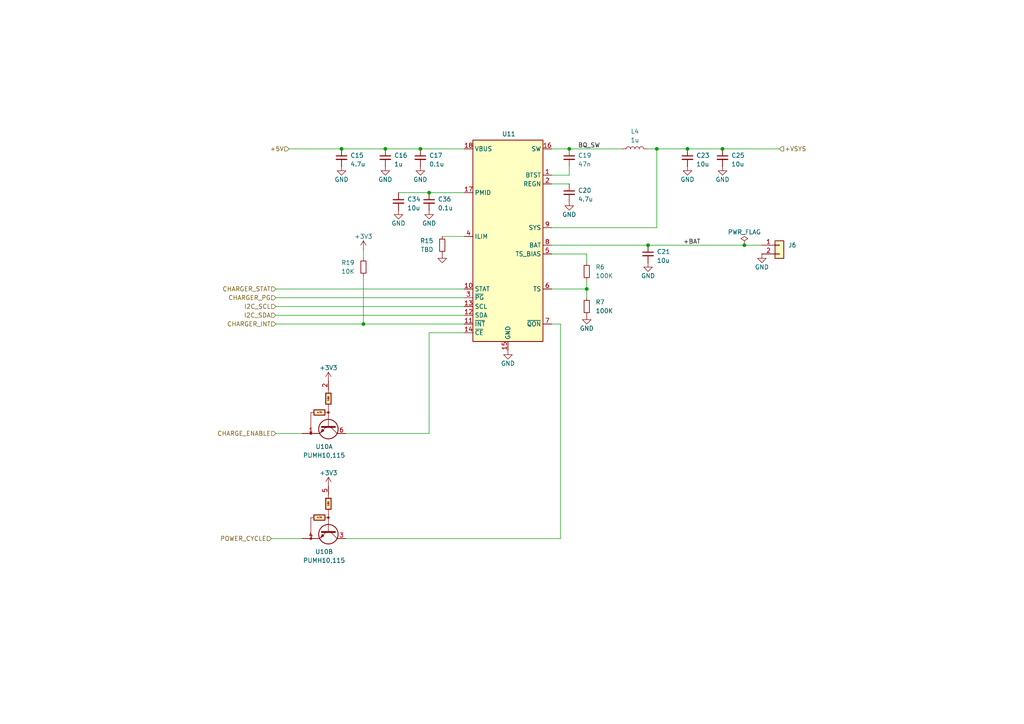
<source format=kicad_sch>
(kicad_sch (version 20250114) (generator "eeschema") (generator_version "9.0")
  (paper "A4")
  (lib_symbols
    (symbol "Connector_Generic:Conn_01x02" (pin_names (offset 1.016) (hide yes))
      (property "Reference" "J" (at 0 2.54 0))
      (property "Value" "Conn_01x02" (at 0 -5.08 0))
      (symbol "Conn_01x02_1_1"
        (rectangle (start -1.27 1.27) (end 1.27 -3.81) (stroke (width 0.254)) (fill (type background)))
        (rectangle (start -1.27 0.127) (end 0 -0.127) (stroke (width 0.1524)))
        (rectangle (start -1.27 -2.413) (end 0 -2.667) (stroke (width 0.1524)))
        (pin passive line (at -5.08 0 0) (length 3.81) (name "Pin_1") (number "1"))
        (pin passive line (at -5.08 -2.54 0) (length 3.81) (name "Pin_2") (number "2"))
      )
    )
    (symbol "Device:C_Small" (pin_numbers (hide yes)) (pin_names (offset 0.254) (hide yes))
      (property "Reference" "C" (at 0.254 1.778 0))
      (property "Value" "C_Small" (at 0.254 -2.032 0))
      (symbol "C_Small_0_1"
        (polyline (pts (xy -1.524 0.508) (xy 1.524 0.508)) (stroke (width 0.3048)))
        (polyline (pts (xy -1.524 -0.508) (xy 1.524 -0.508)) (stroke (width 0.3302)))
      )
      (symbol "C_Small_1_1"
        (pin passive line (at 0 2.54 270) (length 2.032) (name "~") (number "1"))
        (pin passive line (at 0 -2.54 90) (length 2.032) (name "~") (number "2"))
      )
    )
    (symbol "Device:L" (pin_numbers (hide yes)) (pin_names (offset 1.016) (hide yes))
      (property "Reference" "L" (at -1.27 0 90))
      (property "Value" "L" (at 1.905 0 90))
      (symbol "L_0_1"
        (arc (start 0 2.54) (mid 0.6323 1.905) (end 0 1.27))
        (arc (start 0 1.27) (mid 0.6323 0.635) (end 0 0))
        (arc (start 0 0) (mid 0.6323 -0.635) (end 0 -1.27))
        (arc (start 0 -1.27) (mid 0.6323 -1.905) (end 0 -2.54))
      )
      (symbol "L_1_1"
        (pin passive line (at 0 3.81 270) (length 1.27) (name "1") (number "1"))
        (pin passive line (at 0 -3.81 90) (length 1.27) (name "2") (number "2"))
      )
    )
    (symbol "Device:R_Small" (pin_numbers (hide yes)) (pin_names (offset 0.254) (hide yes))
      (property "Reference" "R" (at 0 0 90))
      (property "Value" "R_Small" (at 1.778 0 90))
      (symbol "R_Small_0_1"
        (rectangle (start -0.762 1.778) (end 0.762 -1.778) (stroke (width 0.2032)))
      )
      (symbol "R_Small_1_1"
        (pin passive line (at 0 2.54 270) (length 0.762) (name "~") (number "1"))
        (pin passive line (at 0 -2.54 90) (length 0.762) (name "~") (number "2"))
      )
    )
    (symbol "My Libraries:BQ25622E"
      (property "Reference" "U" (at 0 22.86 0))
      (symbol "BQ25622E_1_1"
        (rectangle (start -10.16 20.32) (end 10.16 -38.1) (stroke (width 0.254)) (fill (type color) (color 255 255 194 1)))
        (pin passive line (at -12.7 17.78 0) (length 2.54) (name "VBUS") (number "18"))
        (pin passive line (at -12.7 5.08 0) (length 2.54) (name "PMID") (number "17"))
        (pin passive line (at -12.7 -7.62 0) (length 2.54) (name "ILIM") (number "4"))
        (pin open_collector line (at -12.7 -22.86 0) (length 2.54) (name "STAT") (number "10"))
        (pin open_collector line (at -12.7 -25.4 0) (length 2.54) (name "~{PG}") (number "3"))
        (pin passive line (at -12.7 -27.94 0) (length 2.54) (name "SCL") (number "13"))
        (pin passive line (at -12.7 -30.48 0) (length 2.54) (name "SDA") (number "12"))
        (pin open_collector line (at -12.7 -33.02 0) (length 2.54) (name "~{INT}") (number "11"))
        (pin passive line (at -12.7 -35.56 0) (length 2.54) (name "~{CE}") (number "14"))
        (pin passive line (at 0 -40.64 90) (length 2.54) (name "GND") (number "15"))
        (pin passive line (at 12.7 17.78 180) (length 2.54) (name "SW") (number "16"))
        (pin passive line (at 12.7 10.16 180) (length 2.54) (name "BTST") (number "1"))
        (pin passive line (at 12.7 7.62 180) (length 2.54) (name "REGN") (number "2"))
        (pin passive line (at 12.7 -5.08 180) (length 2.54) (name "SYS") (number "9"))
        (pin passive line (at 12.7 -10.16 180) (length 2.54) (name "BAT") (number "8"))
        (pin passive line (at 12.7 -12.7 180) (length 2.54) (name "TS_BIAS") (number "5"))
        (pin passive line (at 12.7 -22.86 180) (length 2.54) (name "TS") (number "6"))
        (pin passive line (at 12.7 -33.02 180) (length 2.54) (name "~{QON}") (number "7"))
      )
    )
    (symbol "My Libraries:PUMH10,115"
      (property "Reference" "U" (at 0 0 0))
      (property "Value" "PUMH10,115" (at 0 0 0))
      (symbol "PUMH10,115_0_0"
        (circle (center -6.096 0) (radius 0.2736) (stroke (width 0.1524)) (fill (type outline)))
        (circle (center 0 -5.08) (radius 0.2736) (stroke (width 0.1524)) (fill (type outline)))
        (text "10K" (at -10.16 0 0) (effects (font (size 0.508 0.508))))
      )
      (symbol "PUMH10,115_0_1"
        (polyline (pts (xy -12.7 0) (xy -11.684 0)) (stroke (width 0.1524)))
        (rectangle (start -11.684 -0.762) (end -8.509 0.762) (stroke (width 0.3048)) (fill (type background)))
        (polyline (pts (xy -8.382 0) (xy -8.128 0) (xy -2.032 0)) (stroke (width 0.1524)))
        (rectangle (start -6.858 -1.016) (end -5.334 -4.191) (stroke (width 0.3048)) (fill (type background)))
        (polyline (pts (xy -6.096 -1.016) (xy -6.096 0)) (stroke (width 0.1524)))
        (polyline (pts (xy -6.096 -4.318) (xy -6.096 -5.08) (xy 0 -5.08)) (stroke (width 0.1524)))
        (polyline (pts (xy -1.905 1.905) (xy -1.905 -1.905) (xy -1.905 -1.905)) (stroke (width 0.508)))
        (polyline (pts (xy -1.905 0.635) (xy 0 2.54)))
        (polyline (pts (xy -1.905 -0.635) (xy 0 -2.54) (xy 0 -2.54)))
        (circle (center -1.27 0) (radius 2.8194) (stroke (width 0.254)))
        (polyline (pts (xy -1.27 -1.778) (xy -0.762 -1.27) (xy -0.254 -2.286) (xy -1.27 -1.778) (xy -1.27 -1.778)) (fill (type outline)))
        (text "47K" (at -6.096 -2.54 900) (effects (font (size 0.508 0.508))))
      )
      (symbol "PUMH10,115_1_1"
        (pin passive line (at -15.24 0 0) (length 2.54) (name "") (number "2"))
        (pin passive line (at 0 5.08 270) (length 2.54) (name "") (number "6"))
        (pin passive line (at 0 -7.62 90) (length 5.08) (name "") (number "1"))
      )
      (symbol "PUMH10,115_2_1"
        (pin passive line (at -15.24 0 0) (length 2.54) (name "") (number "5"))
        (pin passive line (at 0 5.08 270) (length 2.54) (name "") (number "3"))
        (pin passive line (at 0 -7.62 90) (length 5.08) (name "") (number "4"))
      )
    )
    (symbol "power:+3.3V" (power) (pin_numbers (hide yes)) (pin_names (offset 0) (hide yes))
      (property "Value" "+3.3V" (at 0 3.556 0))
      (symbol "+3.3V_0_1"
        (polyline (pts (xy -0.762 1.27) (xy 0 2.54)))
        (polyline (pts (xy 0 2.54) (xy 0.762 1.27)))
        (polyline (pts (xy 0 0) (xy 0 2.54)))
      )
      (symbol "+3.3V_1_1"
        (pin power_in line (at 0 0 90) (length 0) (name "~") (number "1"))
      )
    )
    (symbol "power:GND" (power) (pin_numbers (hide yes)) (pin_names (offset 0) (hide yes))
      (property "Value" "GND" (at 0 -3.81 0))
      (symbol "GND_0_1"
        (polyline (pts (xy 0 0) (xy 0 -1.27) (xy 1.27 -1.27) (xy 0 -2.54) (xy -1.27 -1.27) (xy 0 -1.27)))
      )
      (symbol "GND_1_1"
        (pin power_in line (at 0 0 270) (length 0) (name "~") (number "1"))
      )
    )
    (symbol "power:PWR_FLAG" (power) (pin_numbers (hide yes)) (pin_names (offset 0) (hide yes))
      (property "Value" "PWR_FLAG" (at 0 3.81 0))
      (symbol "PWR_FLAG_0_0"
        (pin power_out line (at 0 0 90) (length 0) (name "~") (number "1"))
      )
      (symbol "PWR_FLAG_0_1"
        (polyline (pts (xy 0 0) (xy 0 1.27) (xy -1.016 1.905) (xy 0 2.54) (xy 1.016 1.905) (xy 0 1.27)))
      )
    )
  )
  (junction (at 105.41 93.98))
  (junction (at 124.46 55.88) (diameter 0.9144))
  (junction (at 190.5 43.18) (diameter 0.9144))
  (junction (at 99.06 43.18) (diameter 0.9144))
  (junction (at 187.96 71.12) (diameter 0.9144))
  (junction (at 215.9 71.12) (diameter 0.9144))
  (junction (at 199.39 43.18) (diameter 0.9144))
  (junction (at 165.1 43.18) (diameter 0.9144))
  (junction (at 170.18 83.82))
  (junction (at 111.76 43.18) (diameter 0.9144))
  (junction (at 121.92 43.18) (diameter 0.9144))
  (junction (at 209.55 43.18) (diameter 0.9144))
  (wire (pts (xy 80.01 88.9) (xy 134.62 88.9)))
  (wire (pts (xy 78.74 156.21) (xy 87.63 156.21)))
  (wire (pts (xy 80.01 91.44) (xy 134.62 91.44)))
  (wire (pts (xy 121.92 43.18) (xy 134.62 43.18)))
  (wire (pts (xy 124.46 125.73) (xy 100.33 125.73)))
  (wire (pts (xy 170.18 83.82) (xy 170.18 86.36)))
  (wire (pts (xy 124.46 96.52) (xy 124.46 125.73)))
  (wire (pts (xy 160.02 50.8) (xy 165.1 50.8)))
  (wire (pts (xy 165.1 50.8) (xy 165.1 48.26)))
  (wire (pts (xy 105.41 93.98) (xy 134.62 93.98)))
  (wire (pts (xy 160.02 93.98) (xy 162.56 93.98)))
  (wire (pts (xy 128.27 68.58) (xy 134.62 68.58)))
  (wire (pts (xy 80.01 125.73) (xy 87.63 125.73)))
  (wire (pts (xy 190.5 43.18) (xy 190.5 66.04)))
  (wire (pts (xy 80.01 93.98) (xy 105.41 93.98)))
  (wire (pts (xy 190.5 66.04) (xy 160.02 66.04)))
  (wire (pts (xy 115.57 55.88) (xy 124.46 55.88)))
  (wire (pts (xy 162.56 93.98) (xy 162.56 156.21)))
  (wire (pts (xy 162.56 156.21) (xy 100.33 156.21)))
  (wire (pts (xy 80.01 86.36) (xy 134.62 86.36)))
  (wire (pts (xy 170.18 81.28) (xy 170.18 83.82)))
  (wire (pts (xy 105.41 72.39) (xy 105.41 74.93)))
  (wire (pts (xy 80.01 83.82) (xy 134.62 83.82)))
  (wire (pts (xy 99.06 43.18) (xy 111.76 43.18)))
  (wire (pts (xy 111.76 43.18) (xy 121.92 43.18)))
  (wire (pts (xy 160.02 71.12) (xy 187.96 71.12)))
  (wire (pts (xy 187.96 43.18) (xy 190.5 43.18)))
  (wire (pts (xy 190.5 43.18) (xy 199.39 43.18)))
  (wire (pts (xy 83.82 43.18) (xy 99.06 43.18)))
  (wire (pts (xy 160.02 53.34) (xy 165.1 53.34)))
  (wire (pts (xy 160.02 83.82) (xy 170.18 83.82)))
  (wire (pts (xy 124.46 55.88) (xy 134.62 55.88)))
  (wire (pts (xy 105.41 80.01) (xy 105.41 93.98)))
  (wire (pts (xy 187.96 71.12) (xy 215.9 71.12)))
  (wire (pts (xy 215.9 71.12) (xy 220.98 71.12)))
  (wire (pts (xy 199.39 43.18) (xy 209.55 43.18)))
  (wire (pts (xy 209.55 43.18) (xy 226.06 43.18)))
  (wire (pts (xy 134.62 96.52) (xy 124.46 96.52)))
  (wire (pts (xy 170.18 76.2) (xy 170.18 73.66)))
  (wire (pts (xy 160.02 43.18) (xy 165.1 43.18)))
  (wire (pts (xy 165.1 43.18) (xy 180.34 43.18)))
  (wire (pts (xy 160.02 73.66) (xy 170.18 73.66)))
  (label "+BAT" (at 198.12 71.12 0))
  (label "BQ_SW" (at 167.64 43.18 0))
  (hierarchical_label "CHARGE_ENABLE" (shape input) (at 80.01 125.73 180))
  (hierarchical_label "+VSYS" (shape input) (at 226.06 43.18 0))
  (hierarchical_label "I2C_SDA" (shape input) (at 80.01 91.44 180))
  (hierarchical_label "+5V" (shape input) (at 83.82 43.18 180))
  (hierarchical_label "I2C_SCL" (shape input) (at 80.01 88.9 180))
  (hierarchical_label "CHARGER_PG" (shape input) (at 80.01 86.36 180))
  (hierarchical_label "CHARGER_STAT" (shape input) (at 80.01 83.82 180))
  (hierarchical_label "CHARGER_INT" (shape input) (at 80.01 93.98 180))
  (hierarchical_label "POWER_CYCLE" (shape input) (at 78.74 156.21 180))
  (symbol (lib_id "power:GND") (at 147.32 101.6 0) (unit 1)
    (property "Reference" "#PWR076" (effects (hide yes)))
    (property "Value" "GND" (at 147.32 105.41 0))
    (property "Description" "Power symbol creates a global label with name \"GND\" , ground" (effects (hide yes)))
    (instances (project "BK4000TG_V3" (path "" (reference "#PWR060") (unit 1))) (project "BK4000TG_V3" (path "" (reference "#PWR076") (unit 1))))
  )
  (symbol (lib_id "Device:C_Small") (at 165.1 45.72 0) (unit 1)
    (property "Reference" "C37" (at 167.64 45.0849 0) (effects (justify left)))
    (property "Value" "47n" (at 167.64 47.6249 0) (effects (justify left)))
    (property "Footprint" "Capacitor_SMD:C_0402_1005Metric" (effects (hide yes)))
    (property "Description" "Unpolarized capacitor, small symbol" (effects (hide yes)))
    (instances (project "BK4000TG_V3" (path "" (reference "C19") (unit 1))) (project "BK4000TG_V3" (path "" (reference "C37") (unit 1))))
  )
  (symbol (lib_id "power:GND") (at 121.92 48.26 0) (unit 1)
    (property "Reference" "#PWR073" (effects (hide yes)))
    (property "Value" "GND" (at 121.92 52.07 0))
    (property "Description" "Power symbol creates a global label with name \"GND\" , ground" (effects (hide yes)))
    (instances (project "BK4000TG_V3" (path "" (reference "#PWR058") (unit 1))) (project "BK4000TG_V3" (path "" (reference "#PWR073") (unit 1))))
  )
  (symbol (lib_id "power:GND") (at 165.1 58.42 0) (unit 1)
    (property "Reference" "#PWR077" (effects (hide yes)))
    (property "Value" "GND" (at 165.1 62.23 0))
    (property "Description" "Power symbol creates a global label with name \"GND\" , ground" (effects (hide yes)))
    (instances (project "BK4000TG_V3" (path "" (reference "#PWR062") (unit 1))) (project "BK4000TG_V3" (path "" (reference "#PWR077") (unit 1))))
  )
  (symbol (lib_id "power:GND") (at 220.98 73.66 0) (unit 1)
    (property "Reference" "#PWR082" (effects (hide yes)))
    (property "Value" "GND" (at 220.98 77.47 0))
    (property "Description" "Power symbol creates a global label with name \"GND\" , ground" (effects (hide yes)))
  )
  (symbol (lib_id "Device:C_Small") (at 187.96 73.66 0) (unit 1)
    (property "Reference" "C39" (at 190.5 73.0249 0) (effects (justify left)))
    (property "Value" "10u" (at 190.5 75.5649 0) (effects (justify left)))
    (property "Footprint" "Capacitor_SMD:C_0805_2012Metric" (effects (hide yes)))
    (property "Description" "Unpolarized capacitor, small symbol" (effects (hide yes)))
    (instances (project "BK4000TG_V3" (path "" (reference "C21") (unit 1))) (project "BK4000TG_V3" (path "" (reference "C39") (unit 1))))
  )
  (symbol (lib_id "power:PWR_FLAG") (at 215.9 71.12 0) (unit 1)
    (property "Reference" "#FLG06" (effects (hide yes)))
    (property "Value" "PWR_FLAG" (at 215.9 67.31 0))
    (property "Description" "Special symbol for telling ERC where power comes from" (effects (hide yes)))
    (instances (project "BK4000TG_V3" (path "" (reference "#FLG07") (unit 1))) (project "BK4000TG_V3" (path "" (reference "#FLG06") (unit 1))))
  )
  (symbol (lib_id "My Libraries:BQ25622E") (at 147.32 60.96 0) (unit 1)
    (property "Reference" "U11" (at 147.574 38.862 0))
    (property "Value" "~" (at 147.32 96.52 0))
    (property "Footprint" "My Footprints:BQ25622E" (effects (hide yes)))
    (property "Datasheet" "https://www.ti.com/lit/gpn/bq25622e" (effects (hide yes)))
    (property "Description" "BQ25622E I2C Controlled 1-Cell, 3A, Maximum 18V Input, Buck Battery Charger with NVDC Power Path Management" (effects (hide yes)))
  )
  (symbol (lib_id "power:GND") (at 187.96 76.2 0) (unit 1)
    (property "Reference" "#PWR079" (effects (hide yes)))
    (property "Value" "GND" (at 187.96 80.01 0))
    (property "Description" "Power symbol creates a global label with name \"GND\" , ground" (effects (hide yes)))
    (instances (project "BK4000TG_V3" (path "" (reference "#PWR063") (unit 1))) (project "BK4000TG_V3" (path "" (reference "#PWR079") (unit 1))))
  )
  (symbol (lib_id "Device:C_Small") (at 99.06 45.72 0) (unit 1)
    (property "Reference" "C32" (at 101.6 45.0849 0) (effects (justify left)))
    (property "Value" "4.7u" (at 101.6 47.6249 0) (effects (justify left)))
    (property "Footprint" "Capacitor_SMD:C_0805_2012Metric" (effects (hide yes)))
    (property "Description" "Unpolarized capacitor, small symbol" (effects (hide yes)))
    (instances (project "BK4000TG_V3" (path "" (reference "C15") (unit 1))) (project "BK4000TG_V3" (path "" (reference "C32") (unit 1))))
  )
  (symbol (lib_id "Device:C_Small") (at 199.39 45.72 0) (unit 1)
    (property "Reference" "C40" (at 201.93 45.0849 0) (effects (justify left)))
    (property "Value" "10u" (at 201.93 47.6249 0) (effects (justify left)))
    (property "Footprint" "Capacitor_SMD:C_0805_2012Metric" (effects (hide yes)))
    (property "Description" "Unpolarized capacitor, small symbol" (effects (hide yes)))
    (instances (project "BK4000TG_V3" (path "" (reference "C23") (unit 1))) (project "BK4000TG_V3" (path "" (reference "C40") (unit 1))))
  )
  (symbol (lib_id "Device:C_Small") (at 115.57 58.42 0) (unit 1)
    (property "Reference" "C34" (at 118.11 57.7849 0) (effects (justify left)))
    (property "Value" "10u" (at 118.11 60.3249 0) (effects (justify left)))
    (property "Footprint" "Capacitor_SMD:C_0805_2012Metric" (effects (hide yes)))
    (property "Description" "Unpolarized capacitor, small symbol" (effects (hide yes)))
  )
  (symbol (lib_id "power:GND") (at 209.55 48.26 0) (unit 1)
    (property "Reference" "#PWR081" (effects (hide yes)))
    (property "Value" "GND" (at 209.55 52.07 0))
    (property "Description" "Power symbol creates a global label with name \"GND\" , ground" (effects (hide yes)))
    (instances (project "BK4000TG_V3" (path "" (reference "#PWR068") (unit 1))) (project "BK4000TG_V3" (path "" (reference "#PWR081") (unit 1))))
  )
  (symbol (lib_id "Device:C_Small") (at 111.76 45.72 0) (unit 1)
    (property "Reference" "C33" (at 114.3 45.0849 0) (effects (justify left)))
    (property "Value" "1u" (at 114.3 47.6249 0) (effects (justify left)))
    (property "Footprint" "Capacitor_SMD:C_0603_1608Metric" (effects (hide yes)))
    (property "Description" "Unpolarized capacitor, small symbol" (effects (hide yes)))
    (instances (project "BK4000TG_V3" (path "" (reference "C16") (unit 1))) (project "BK4000TG_V3" (path "" (reference "C33") (unit 1))))
  )
  (symbol (lib_id "power:GND") (at 124.46 60.96 0) (unit 1)
    (property "Reference" "#PWR074" (effects (hide yes)))
    (property "Value" "GND" (at 124.46 64.77 0))
    (property "Description" "Power symbol creates a global label with name \"GND\" , ground" (effects (hide yes)))
  )
  (symbol (lib_id "power:+3.3V") (at 105.41 72.39 0) (unit 1)
    (property "Reference" "#PWR086" (effects (hide yes)))
    (property "Value" "+3V3" (at 105.41 68.58 0))
    (property "Description" "Power symbol creates a global label with name \"+3.3V\"" (effects (hide yes)))
  )
  (symbol (lib_id "power:GND") (at 115.57 60.96 0) (unit 1)
    (property "Reference" "#PWR072" (effects (hide yes)))
    (property "Value" "GND" (at 115.57 64.77 0))
    (property "Description" "Power symbol creates a global label with name \"GND\" , ground" (effects (hide yes)))
  )
  (symbol (lib_id "Device:C_Small") (at 165.1 55.88 0) (unit 1)
    (property "Reference" "C38" (at 167.64 55.2449 0) (effects (justify left)))
    (property "Value" "4.7u" (at 167.64 57.7849 0) (effects (justify left)))
    (property "Footprint" "Capacitor_SMD:C_0603_1608Metric" (effects (hide yes)))
    (property "Description" "Unpolarized capacitor, small symbol" (effects (hide yes)))
    (instances (project "BK4000TG_V3" (path "" (reference "C20") (unit 1))) (project "BK4000TG_V3" (path "" (reference "C38") (unit 1))))
  )
  (symbol (lib_id "power:GND") (at 199.39 48.26 0) (unit 1)
    (property "Reference" "#PWR080" (effects (hide yes)))
    (property "Value" "GND" (at 199.39 52.07 0))
    (property "Description" "Power symbol creates a global label with name \"GND\" , ground" (effects (hide yes)))
    (instances (project "BK4000TG_V3" (path "" (reference "#PWR066") (unit 1))) (project "BK4000TG_V3" (path "" (reference "#PWR080") (unit 1))))
  )
  (symbol (lib_id "Device:C_Small") (at 209.55 45.72 0) (unit 1)
    (property "Reference" "C41" (at 212.09 45.0849 0) (effects (justify left)))
    (property "Value" "10u" (at 212.09 47.6249 0) (effects (justify left)))
    (property "Footprint" "Capacitor_SMD:C_0805_2012Metric" (effects (hide yes)))
    (property "Description" "Unpolarized capacitor, small symbol" (effects (hide yes)))
    (instances (project "BK4000TG_V3" (path "" (reference "C25") (unit 1))) (project "BK4000TG_V3" (path "" (reference "C41") (unit 1))))
  )
  (symbol (lib_id "Device:C_Small") (at 124.46 58.42 0) (unit 1)
    (property "Reference" "C36" (at 127 57.7849 0) (effects (justify left)))
    (property "Value" "0.1u" (at 127 60.3249 0) (effects (justify left)))
    (property "Footprint" "Capacitor_SMD:C_0603_1608Metric" (effects (hide yes)))
    (property "Description" "Unpolarized capacitor, small symbol" (effects (hide yes)))
  )
  (symbol (lib_id "Device:R_Small") (at 170.18 78.74 0) (unit 1)
    (property "Reference" "R16" (at 172.72 77.4699 0) (effects (justify left)))
    (property "Value" "100K" (at 172.72 80.0099 0) (effects (justify left)))
    (property "Footprint" "Resistor_SMD:R_0402_1005Metric" (effects (hide yes)))
    (property "Description" "Resistor, small symbol" (effects (hide yes)))
    (instances (project "BK4000TG_V3" (path "" (reference "R6") (unit 1))) (project "BK4000TG_V3" (path "" (reference "R16") (unit 1))))
  )
  (symbol (lib_id "Device:R_Small") (at 128.27 71.12 0) (mirror y) (unit 1)
    (property "Reference" "R15" (at 125.73 69.8499 0) (effects (justify left)))
    (property "Value" "TBD" (at 125.73 72.3899 0) (effects (justify left)))
    (property "Footprint" "Resistor_SMD:R_0402_1005Metric" (effects (hide yes)))
    (property "Description" "Resistor, small symbol" (effects (hide yes)))
  )
  (symbol (lib_id "My Libraries:PUMH10,115") (at 95.25 125.73 270) (unit 1)
    (property "Reference" "U10" (at 94.0083 129.54 90))
    (property "Value" "PUMH10,115" (at 94.0083 132.08 90))
    (property "Footprint" "Package_TO_SOT_SMD:SOT-363_SC-70-6" (effects (hide yes)))
    (property "Datasheet" "https://assets.nexperia.com/documents/data-sheet/PUMH10.pdf" (effects (hide yes)))
    (property "Description" "Dual NPN Transistor with internal resistors SOT-363" (effects (hide yes)))
  )
  (symbol (lib_id "Device:R_Small") (at 170.18 88.9 0) (unit 1)
    (property "Reference" "R17" (at 172.72 87.6299 0) (effects (justify left)))
    (property "Value" "100K" (at 172.72 90.1699 0) (effects (justify left)))
    (property "Footprint" "Resistor_SMD:R_0402_1005Metric" (effects (hide yes)))
    (property "Description" "Resistor, small symbol" (effects (hide yes)))
    (instances (project "BK4000TG_V3" (path "" (reference "R7") (unit 1))) (project "BK4000TG_V3" (path "" (reference "R17") (unit 1))))
  )
  (symbol (lib_id "power:GND") (at 99.06 48.26 0) (unit 1)
    (property "Reference" "#PWR070" (effects (hide yes)))
    (property "Value" "GND" (at 99.06 52.07 0))
    (property "Description" "Power symbol creates a global label with name \"GND\" , ground" (effects (hide yes)))
    (instances (project "BK4000TG_V3" (path "" (reference "#PWR053") (unit 1))) (project "BK4000TG_V3" (path "" (reference "#PWR070") (unit 1))))
  )
  (symbol (lib_id "Device:L") (at 184.15 43.18 90) (unit 1)
    (property "Reference" "L4" (at 184.15 38.1 90))
    (property "Value" "1u" (at 184.15 40.64 90))
    (property "Footprint" "My Footprints:Inductor_TYA252012" (effects (hide yes)))
    (property "Description" "Inductor" (effects (hide yes)))
  )
  (symbol (lib_id "power:+3.3V") (at 95.25 110.49 0) (unit 1)
    (property "Reference" "#PWR068" (effects (hide yes)))
    (property "Value" "+3V3" (at 95.25 106.68 0))
    (property "Description" "Power symbol creates a global label with name \"+3.3V\"" (effects (hide yes)))
    (instances (project "BK4000TG_V3" (path "" (reference "#PWR014") (unit 1))) (project "BK4000TG_V3" (path "" (reference "#PWR068") (unit 1))))
  )
  (symbol (lib_id "power:GND") (at 111.76 48.26 0) (unit 1)
    (property "Reference" "#PWR071" (effects (hide yes)))
    (property "Value" "GND" (at 111.76 52.07 0))
    (property "Description" "Power symbol creates a global label with name \"GND\" , ground" (effects (hide yes)))
    (instances (project "BK4000TG_V3" (path "" (reference "#PWR056") (unit 1))) (project "BK4000TG_V3" (path "" (reference "#PWR071") (unit 1))))
  )
  (symbol (lib_id "power:+3.3V") (at 95.25 140.97 0) (unit 1)
    (property "Reference" "#PWR069" (effects (hide yes)))
    (property "Value" "+3V3" (at 95.25 137.16 0))
    (property "Description" "Power symbol creates a global label with name \"+3.3V\"" (effects (hide yes)))
  )
  (symbol (lib_id "Connector_Generic:Conn_01x02") (at 226.06 71.12 0) (unit 1)
    (property "Reference" "J6" (at 228.6 71.1199 0) (effects (justify left)))
    (property "Value" "Conn_01x02" (effects (hide yes)))
    (property "Footprint" "Connector_JST:JST_XH_B2B-XH-A_1x02_P2.50mm_Vertical" (effects (hide yes)))
    (property "Description" "Generic connector, single row, 01x02, script generated (kicad-library-utils/schlib/autogen/connector/)" (effects (hide yes)))
  )
  (symbol (lib_id "My Libraries:PUMH10,115") (at 95.25 156.21 270) (unit 2)
    (property "Reference" "U10" (at 94.0083 160.02 90))
    (property "Value" "PUMH10,115" (at 94.0083 162.56 90))
    (property "Footprint" "Package_TO_SOT_SMD:SOT-363_SC-70-6" (effects (hide yes)))
    (property "Datasheet" "https://assets.nexperia.com/documents/data-sheet/PUMH10.pdf" (effects (hide yes)))
    (property "Description" "Dual NPN Transistor with internal resistors SOT-363" (effects (hide yes)))
  )
  (symbol (lib_id "power:GND") (at 170.18 91.44 0) (unit 1)
    (property "Reference" "#PWR078" (effects (hide yes)))
    (property "Value" "GND" (at 170.18 95.25 0))
    (property "Description" "Power symbol creates a global label with name \"GND\" , ground" (effects (hide yes)))
    (instances (project "BK4000TG_V3" (path "" (reference "#PWR061") (unit 1))) (project "BK4000TG_V3" (path "" (reference "#PWR078") (unit 1))))
  )
  (symbol (lib_id "Device:C_Small") (at 121.92 45.72 0) (unit 1)
    (property "Reference" "C35" (at 124.46 45.0849 0) (effects (justify left)))
    (property "Value" "0.1u" (at 124.46 47.6249 0) (effects (justify left)))
    (property "Footprint" "Capacitor_SMD:C_0603_1608Metric" (effects (hide yes)))
    (property "Description" "Unpolarized capacitor, small symbol" (effects (hide yes)))
    (instances (project "BK4000TG_V3" (path "" (reference "C17") (unit 1))) (project "BK4000TG_V3" (path "" (reference "C35") (unit 1))))
  )
  (symbol (lib_id "power:GND") (at 128.27 73.66 0) (unit 1)
    (property "Reference" "#PWR075" (effects (hide yes)))
    (property "Value" "GND" (effects (hide yes)))
    (property "Description" "Power symbol creates a global label with name \"GND\" , ground" (effects (hide yes)))
  )
  (symbol (lib_id "Device:R_Small") (at 105.41 77.47 0) (mirror y) (unit 1)
    (property "Reference" "R19" (at 102.87 76.1999 0) (effects (justify left)))
    (property "Value" "10K" (at 102.87 78.7399 0) (effects (justify left)))
    (property "Footprint" "Resistor_SMD:R_0402_1005Metric" (effects (hide yes)))
    (property "Description" "Resistor, small symbol" (effects (hide yes)))
  )
)
</source>
